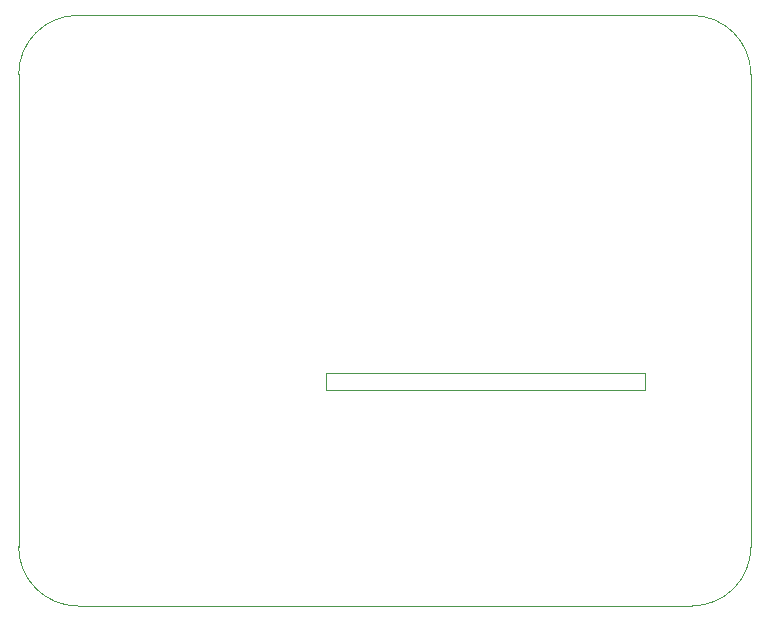
<source format=gbr>
%TF.GenerationSoftware,KiCad,Pcbnew,8.0.6*%
%TF.CreationDate,2025-04-14T23:16:27+09:00*%
%TF.ProjectId,PdSinkInspector,50645369-6e6b-4496-9e73-706563746f72,rev?*%
%TF.SameCoordinates,Original*%
%TF.FileFunction,Profile,NP*%
%FSLAX46Y46*%
G04 Gerber Fmt 4.6, Leading zero omitted, Abs format (unit mm)*
G04 Created by KiCad (PCBNEW 8.0.6) date 2025-04-14 23:16:27*
%MOMM*%
%LPD*%
G01*
G04 APERTURE LIST*
%TA.AperFunction,Profile*%
%ADD10C,0.050000*%
%TD*%
G04 APERTURE END LIST*
D10*
X100000000Y-106000000D02*
X100000000Y-66000000D01*
X105000000Y-111000000D02*
G75*
G02*
X100000000Y-106000000I0J5000000D01*
G01*
X162000000Y-106000000D02*
G75*
G02*
X157000000Y-111000000I-5000000J0D01*
G01*
X100000000Y-66000000D02*
G75*
G02*
X105000000Y-61000000I5000000J0D01*
G01*
X105000000Y-61000000D02*
X157000000Y-61000000D01*
X162000000Y-66000000D02*
X162000000Y-106000000D01*
X157000000Y-61000000D02*
G75*
G02*
X162000000Y-66000000I0J-5000000D01*
G01*
X157000000Y-111000000D02*
X105000000Y-111000000D01*
X126000000Y-91250000D02*
X153000000Y-91250000D01*
X153000000Y-92750000D01*
X126000000Y-92750000D01*
X126000000Y-91250000D01*
M02*

</source>
